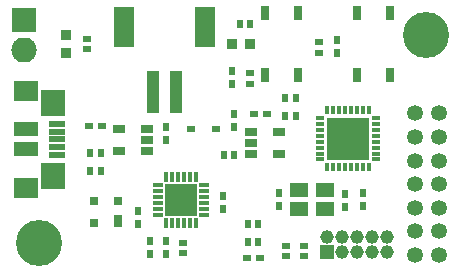
<source format=gts>
G04 #@! TF.FileFunction,Soldermask,Top*
%FSLAX46Y46*%
G04 Gerber Fmt 4.6, Leading zero omitted, Abs format (unit mm)*
G04 Created by KiCad (PCBNEW 0.201512051502+6347~38~ubuntu15.10.1-stable) date Sun 06 Dec 2015 10:28:51 PM EST*
%MOMM*%
G01*
G04 APERTURE LIST*
%ADD10C,0.100000*%
%ADD11R,1.100000X3.600000*%
%ADD12R,1.800000X3.500000*%
%ADD13R,0.750000X1.150000*%
%ADD14R,0.700000X0.600000*%
%ADD15R,0.600000X0.700000*%
%ADD16R,0.897560X0.897560*%
%ADD17R,0.690000X0.550000*%
%ADD18R,0.500000X0.700000*%
%ADD19R,1.100000X0.700000*%
%ADD20R,0.800000X1.100000*%
%ADD21R,0.800000X0.700000*%
%ADD22R,0.950000X0.400000*%
%ADD23R,0.400000X0.950000*%
%ADD24R,1.400000X1.400000*%
%ADD25R,0.350000X0.800000*%
%ADD26R,0.800000X0.350000*%
%ADD27R,1.825000X1.825000*%
%ADD28R,1.150000X1.150000*%
%ADD29C,1.150000*%
%ADD30R,2.132000X2.132000*%
%ADD31O,2.132000X2.132000*%
%ADD32R,0.700000X0.500000*%
%ADD33R,1.500000X1.300000*%
%ADD34C,1.350000*%
%ADD35C,3.900000*%
%ADD36R,1.450000X0.500000*%
%ADD37R,2.100000X2.200000*%
%ADD38R,2.000000X1.700000*%
%ADD39R,2.000000X1.300000*%
G04 APERTURE END LIST*
D10*
D11*
X143494000Y-94118000D03*
X141494000Y-94118000D03*
D12*
X145944000Y-88568000D03*
X139044000Y-88568000D03*
D13*
X158747000Y-92643000D03*
X158747000Y-87443000D03*
X161547000Y-92643000D03*
X161547000Y-87443000D03*
D14*
X137202000Y-97028000D03*
X136102000Y-97028000D03*
D15*
X142621000Y-97113000D03*
X142621000Y-98213000D03*
X148336000Y-97070000D03*
X148336000Y-95970000D03*
D14*
X151172000Y-96012000D03*
X150072000Y-96012000D03*
D15*
X142621000Y-106765000D03*
X142621000Y-107865000D03*
X140208000Y-104225000D03*
X140208000Y-105325000D03*
X147447000Y-102955000D03*
X147447000Y-104055000D03*
X141224000Y-107865000D03*
X141224000Y-106765000D03*
D14*
X150537000Y-108204000D03*
X149437000Y-108204000D03*
D15*
X157099000Y-90847000D03*
X157099000Y-89747000D03*
X152146000Y-102701000D03*
X152146000Y-103801000D03*
X157734000Y-103843000D03*
X157734000Y-102743000D03*
X159258000Y-102701000D03*
X159258000Y-103801000D03*
X148209000Y-92372000D03*
X148209000Y-93472000D03*
D16*
X134112000Y-90792300D03*
X134112000Y-89293700D03*
D17*
X146851000Y-97282000D03*
X144741000Y-97282000D03*
D16*
X148221700Y-90043000D03*
X149720300Y-90043000D03*
D18*
X137102000Y-100838000D03*
X136202000Y-100838000D03*
D19*
X149803000Y-97475000D03*
X149803000Y-98425000D03*
X149803000Y-99375000D03*
X152203000Y-99375000D03*
X152203000Y-97475000D03*
D20*
X138541000Y-105017000D03*
D21*
X138541000Y-103317000D03*
X136541000Y-103317000D03*
X136541000Y-105217000D03*
D22*
X141926000Y-102016000D03*
X141926000Y-102516000D03*
X141926000Y-103016000D03*
X141926000Y-103516000D03*
X141926000Y-104016000D03*
X141926000Y-104516000D03*
D23*
X142626000Y-105216000D03*
X143126000Y-105216000D03*
X143626000Y-105216000D03*
X144126000Y-105216000D03*
X144626000Y-105216000D03*
X145126000Y-105216000D03*
D22*
X145826000Y-104516000D03*
X145826000Y-104016000D03*
X145826000Y-103516000D03*
X145826000Y-103016000D03*
X145826000Y-102516000D03*
X145826000Y-102016000D03*
D23*
X145126000Y-101316000D03*
X144626000Y-101316000D03*
X144126000Y-101316000D03*
X143626000Y-101316000D03*
X143126000Y-101316000D03*
X142626000Y-101316000D03*
D24*
X144526000Y-103916000D03*
X144526000Y-102616000D03*
X143226000Y-103916000D03*
X143226000Y-102616000D03*
D25*
X159764500Y-95670500D03*
X159264500Y-95670500D03*
X158764500Y-95670500D03*
X158264500Y-95670500D03*
X157764500Y-95670500D03*
X157264500Y-95670500D03*
X156764500Y-95670500D03*
X156264500Y-95670500D03*
D26*
X155614500Y-96320500D03*
X155614500Y-96820500D03*
X155614500Y-97320500D03*
X155614500Y-97820500D03*
X155614500Y-98320500D03*
X155614500Y-98820500D03*
X155614500Y-99320500D03*
X155614500Y-99820500D03*
D25*
X156264500Y-100470500D03*
X156764500Y-100470500D03*
X157264500Y-100470500D03*
X157764500Y-100470500D03*
X158264500Y-100470500D03*
X158764500Y-100470500D03*
X159264500Y-100470500D03*
X159764500Y-100470500D03*
D26*
X160414500Y-99820500D03*
X160414500Y-99320500D03*
X160414500Y-98820500D03*
X160414500Y-98320500D03*
X160414500Y-97820500D03*
X160414500Y-97320500D03*
X160414500Y-96820500D03*
X160414500Y-96320500D03*
D27*
X157152000Y-98933000D03*
X158877000Y-98933000D03*
X157152000Y-97208000D03*
X158877000Y-97208000D03*
D28*
X156210000Y-107696000D03*
D29*
X157480000Y-107696000D03*
X158750000Y-107696000D03*
X160020000Y-107696000D03*
X161290000Y-107696000D03*
X157480000Y-106426000D03*
X158750000Y-106426000D03*
X160020000Y-106426000D03*
X161290000Y-106426000D03*
X156210000Y-106426000D03*
D30*
X130556000Y-88011000D03*
D31*
X130556000Y-90551000D03*
D32*
X135890000Y-90493000D03*
X135890000Y-89593000D03*
D18*
X136202000Y-99314000D03*
X137102000Y-99314000D03*
X148405000Y-99441000D03*
X147505000Y-99441000D03*
D32*
X144018000Y-107765000D03*
X144018000Y-106865000D03*
D18*
X149744000Y-88392000D03*
X148844000Y-88392000D03*
X149537000Y-105283000D03*
X150437000Y-105283000D03*
X150437000Y-106807000D03*
X149537000Y-106807000D03*
D32*
X154305000Y-108019000D03*
X154305000Y-107119000D03*
X152781000Y-108019000D03*
X152781000Y-107119000D03*
X155575000Y-89916000D03*
X155575000Y-90816000D03*
D18*
X152712000Y-96139000D03*
X153612000Y-96139000D03*
X152712000Y-94615000D03*
X153612000Y-94615000D03*
D32*
X149733000Y-93414000D03*
X149733000Y-92514000D03*
D13*
X151000000Y-92643000D03*
X151000000Y-87443000D03*
X153800000Y-92643000D03*
X153800000Y-87443000D03*
D33*
X153840000Y-104051000D03*
X156040000Y-104051000D03*
X153840000Y-102451000D03*
X156040000Y-102451000D03*
D19*
X141027000Y-99121000D03*
X141027000Y-98171000D03*
X141027000Y-97221000D03*
X138627000Y-97221000D03*
X138627000Y-99121000D03*
D34*
X165703000Y-107918000D03*
X163703000Y-107918000D03*
X165703000Y-105918000D03*
X163703000Y-105918000D03*
X165703000Y-103918000D03*
X163703000Y-103918000D03*
X165703000Y-101918000D03*
X163703000Y-101918000D03*
X165703000Y-99918000D03*
X163703000Y-99918000D03*
X165703000Y-97918000D03*
X163703000Y-97918000D03*
X165703000Y-95918000D03*
X163703000Y-95918000D03*
D35*
X131826000Y-106934000D03*
X164592000Y-89281000D03*
D36*
X133417500Y-96807500D03*
X133417500Y-97457500D03*
X133417500Y-98107500D03*
X133417500Y-98757500D03*
X133417500Y-99407500D03*
D37*
X133092500Y-95007500D03*
X133092500Y-101207500D03*
D38*
X130742500Y-94007500D03*
X130742500Y-102207500D03*
D39*
X130742500Y-98957500D03*
X130742500Y-97257500D03*
M02*

</source>
